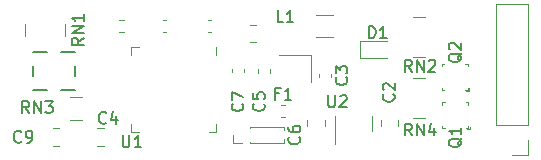
<source format=gbr>
%TF.GenerationSoftware,KiCad,Pcbnew,7.0.8*%
%TF.CreationDate,2024-02-27T09:09:56-06:00*%
%TF.ProjectId,CH32VClamp,43483332-5643-46c6-916d-702e6b696361,rev?*%
%TF.SameCoordinates,Original*%
%TF.FileFunction,Legend,Top*%
%TF.FilePolarity,Positive*%
%FSLAX46Y46*%
G04 Gerber Fmt 4.6, Leading zero omitted, Abs format (unit mm)*
G04 Created by KiCad (PCBNEW 7.0.8) date 2024-02-27 09:09:56*
%MOMM*%
%LPD*%
G01*
G04 APERTURE LIST*
%ADD10C,0.150000*%
%ADD11C,0.120000*%
G04 APERTURE END LIST*
D10*
X203638095Y-87854819D02*
X203638095Y-88664342D01*
X203638095Y-88664342D02*
X203685714Y-88759580D01*
X203685714Y-88759580D02*
X203733333Y-88807200D01*
X203733333Y-88807200D02*
X203828571Y-88854819D01*
X203828571Y-88854819D02*
X204019047Y-88854819D01*
X204019047Y-88854819D02*
X204114285Y-88807200D01*
X204114285Y-88807200D02*
X204161904Y-88759580D01*
X204161904Y-88759580D02*
X204209523Y-88664342D01*
X204209523Y-88664342D02*
X204209523Y-87854819D01*
X204638095Y-87950057D02*
X204685714Y-87902438D01*
X204685714Y-87902438D02*
X204780952Y-87854819D01*
X204780952Y-87854819D02*
X205019047Y-87854819D01*
X205019047Y-87854819D02*
X205114285Y-87902438D01*
X205114285Y-87902438D02*
X205161904Y-87950057D01*
X205161904Y-87950057D02*
X205209523Y-88045295D01*
X205209523Y-88045295D02*
X205209523Y-88140533D01*
X205209523Y-88140533D02*
X205161904Y-88283390D01*
X205161904Y-88283390D02*
X204590476Y-88854819D01*
X204590476Y-88854819D02*
X205209523Y-88854819D01*
X199466666Y-87701009D02*
X199133333Y-87701009D01*
X199133333Y-88224819D02*
X199133333Y-87224819D01*
X199133333Y-87224819D02*
X199609523Y-87224819D01*
X200514285Y-88224819D02*
X199942857Y-88224819D01*
X200228571Y-88224819D02*
X200228571Y-87224819D01*
X200228571Y-87224819D02*
X200133333Y-87367676D01*
X200133333Y-87367676D02*
X200038095Y-87462914D01*
X200038095Y-87462914D02*
X199942857Y-87510533D01*
X201159580Y-91366666D02*
X201207200Y-91414285D01*
X201207200Y-91414285D02*
X201254819Y-91557142D01*
X201254819Y-91557142D02*
X201254819Y-91652380D01*
X201254819Y-91652380D02*
X201207200Y-91795237D01*
X201207200Y-91795237D02*
X201111961Y-91890475D01*
X201111961Y-91890475D02*
X201016723Y-91938094D01*
X201016723Y-91938094D02*
X200826247Y-91985713D01*
X200826247Y-91985713D02*
X200683390Y-91985713D01*
X200683390Y-91985713D02*
X200492914Y-91938094D01*
X200492914Y-91938094D02*
X200397676Y-91890475D01*
X200397676Y-91890475D02*
X200302438Y-91795237D01*
X200302438Y-91795237D02*
X200254819Y-91652380D01*
X200254819Y-91652380D02*
X200254819Y-91557142D01*
X200254819Y-91557142D02*
X200302438Y-91414285D01*
X200302438Y-91414285D02*
X200350057Y-91366666D01*
X200254819Y-90509523D02*
X200254819Y-90699999D01*
X200254819Y-90699999D02*
X200302438Y-90795237D01*
X200302438Y-90795237D02*
X200350057Y-90842856D01*
X200350057Y-90842856D02*
X200492914Y-90938094D01*
X200492914Y-90938094D02*
X200683390Y-90985713D01*
X200683390Y-90985713D02*
X201064342Y-90985713D01*
X201064342Y-90985713D02*
X201159580Y-90938094D01*
X201159580Y-90938094D02*
X201207200Y-90890475D01*
X201207200Y-90890475D02*
X201254819Y-90795237D01*
X201254819Y-90795237D02*
X201254819Y-90604761D01*
X201254819Y-90604761D02*
X201207200Y-90509523D01*
X201207200Y-90509523D02*
X201159580Y-90461904D01*
X201159580Y-90461904D02*
X201064342Y-90414285D01*
X201064342Y-90414285D02*
X200826247Y-90414285D01*
X200826247Y-90414285D02*
X200731009Y-90461904D01*
X200731009Y-90461904D02*
X200683390Y-90509523D01*
X200683390Y-90509523D02*
X200635771Y-90604761D01*
X200635771Y-90604761D02*
X200635771Y-90795237D01*
X200635771Y-90795237D02*
X200683390Y-90890475D01*
X200683390Y-90890475D02*
X200731009Y-90938094D01*
X200731009Y-90938094D02*
X200826247Y-90985713D01*
X210709523Y-91254819D02*
X210376190Y-90778628D01*
X210138095Y-91254819D02*
X210138095Y-90254819D01*
X210138095Y-90254819D02*
X210519047Y-90254819D01*
X210519047Y-90254819D02*
X210614285Y-90302438D01*
X210614285Y-90302438D02*
X210661904Y-90350057D01*
X210661904Y-90350057D02*
X210709523Y-90445295D01*
X210709523Y-90445295D02*
X210709523Y-90588152D01*
X210709523Y-90588152D02*
X210661904Y-90683390D01*
X210661904Y-90683390D02*
X210614285Y-90731009D01*
X210614285Y-90731009D02*
X210519047Y-90778628D01*
X210519047Y-90778628D02*
X210138095Y-90778628D01*
X211138095Y-91254819D02*
X211138095Y-90254819D01*
X211138095Y-90254819D02*
X211709523Y-91254819D01*
X211709523Y-91254819D02*
X211709523Y-90254819D01*
X212614285Y-90588152D02*
X212614285Y-91254819D01*
X212376190Y-90207200D02*
X212138095Y-90921485D01*
X212138095Y-90921485D02*
X212757142Y-90921485D01*
X207074405Y-83024819D02*
X207074405Y-82024819D01*
X207074405Y-82024819D02*
X207312500Y-82024819D01*
X207312500Y-82024819D02*
X207455357Y-82072438D01*
X207455357Y-82072438D02*
X207550595Y-82167676D01*
X207550595Y-82167676D02*
X207598214Y-82262914D01*
X207598214Y-82262914D02*
X207645833Y-82453390D01*
X207645833Y-82453390D02*
X207645833Y-82596247D01*
X207645833Y-82596247D02*
X207598214Y-82786723D01*
X207598214Y-82786723D02*
X207550595Y-82881961D01*
X207550595Y-82881961D02*
X207455357Y-82977200D01*
X207455357Y-82977200D02*
X207312500Y-83024819D01*
X207312500Y-83024819D02*
X207074405Y-83024819D01*
X208598214Y-83024819D02*
X208026786Y-83024819D01*
X208312500Y-83024819D02*
X208312500Y-82024819D01*
X208312500Y-82024819D02*
X208217262Y-82167676D01*
X208217262Y-82167676D02*
X208122024Y-82262914D01*
X208122024Y-82262914D02*
X208026786Y-82310533D01*
X210709523Y-85854819D02*
X210376190Y-85378628D01*
X210138095Y-85854819D02*
X210138095Y-84854819D01*
X210138095Y-84854819D02*
X210519047Y-84854819D01*
X210519047Y-84854819D02*
X210614285Y-84902438D01*
X210614285Y-84902438D02*
X210661904Y-84950057D01*
X210661904Y-84950057D02*
X210709523Y-85045295D01*
X210709523Y-85045295D02*
X210709523Y-85188152D01*
X210709523Y-85188152D02*
X210661904Y-85283390D01*
X210661904Y-85283390D02*
X210614285Y-85331009D01*
X210614285Y-85331009D02*
X210519047Y-85378628D01*
X210519047Y-85378628D02*
X210138095Y-85378628D01*
X211138095Y-85854819D02*
X211138095Y-84854819D01*
X211138095Y-84854819D02*
X211709523Y-85854819D01*
X211709523Y-85854819D02*
X211709523Y-84854819D01*
X212138095Y-84950057D02*
X212185714Y-84902438D01*
X212185714Y-84902438D02*
X212280952Y-84854819D01*
X212280952Y-84854819D02*
X212519047Y-84854819D01*
X212519047Y-84854819D02*
X212614285Y-84902438D01*
X212614285Y-84902438D02*
X212661904Y-84950057D01*
X212661904Y-84950057D02*
X212709523Y-85045295D01*
X212709523Y-85045295D02*
X212709523Y-85140533D01*
X212709523Y-85140533D02*
X212661904Y-85283390D01*
X212661904Y-85283390D02*
X212090476Y-85854819D01*
X212090476Y-85854819D02*
X212709523Y-85854819D01*
X214950057Y-84295238D02*
X214902438Y-84390476D01*
X214902438Y-84390476D02*
X214807200Y-84485714D01*
X214807200Y-84485714D02*
X214664342Y-84628571D01*
X214664342Y-84628571D02*
X214616723Y-84723809D01*
X214616723Y-84723809D02*
X214616723Y-84819047D01*
X214854819Y-84771428D02*
X214807200Y-84866666D01*
X214807200Y-84866666D02*
X214711961Y-84961904D01*
X214711961Y-84961904D02*
X214521485Y-85009523D01*
X214521485Y-85009523D02*
X214188152Y-85009523D01*
X214188152Y-85009523D02*
X213997676Y-84961904D01*
X213997676Y-84961904D02*
X213902438Y-84866666D01*
X213902438Y-84866666D02*
X213854819Y-84771428D01*
X213854819Y-84771428D02*
X213854819Y-84580952D01*
X213854819Y-84580952D02*
X213902438Y-84485714D01*
X213902438Y-84485714D02*
X213997676Y-84390476D01*
X213997676Y-84390476D02*
X214188152Y-84342857D01*
X214188152Y-84342857D02*
X214521485Y-84342857D01*
X214521485Y-84342857D02*
X214711961Y-84390476D01*
X214711961Y-84390476D02*
X214807200Y-84485714D01*
X214807200Y-84485714D02*
X214854819Y-84580952D01*
X214854819Y-84580952D02*
X214854819Y-84771428D01*
X213950057Y-83961904D02*
X213902438Y-83914285D01*
X213902438Y-83914285D02*
X213854819Y-83819047D01*
X213854819Y-83819047D02*
X213854819Y-83580952D01*
X213854819Y-83580952D02*
X213902438Y-83485714D01*
X213902438Y-83485714D02*
X213950057Y-83438095D01*
X213950057Y-83438095D02*
X214045295Y-83390476D01*
X214045295Y-83390476D02*
X214140533Y-83390476D01*
X214140533Y-83390476D02*
X214283390Y-83438095D01*
X214283390Y-83438095D02*
X214854819Y-84009523D01*
X214854819Y-84009523D02*
X214854819Y-83390476D01*
X186238095Y-91254819D02*
X186238095Y-92064342D01*
X186238095Y-92064342D02*
X186285714Y-92159580D01*
X186285714Y-92159580D02*
X186333333Y-92207200D01*
X186333333Y-92207200D02*
X186428571Y-92254819D01*
X186428571Y-92254819D02*
X186619047Y-92254819D01*
X186619047Y-92254819D02*
X186714285Y-92207200D01*
X186714285Y-92207200D02*
X186761904Y-92159580D01*
X186761904Y-92159580D02*
X186809523Y-92064342D01*
X186809523Y-92064342D02*
X186809523Y-91254819D01*
X187809523Y-92254819D02*
X187238095Y-92254819D01*
X187523809Y-92254819D02*
X187523809Y-91254819D01*
X187523809Y-91254819D02*
X187428571Y-91397676D01*
X187428571Y-91397676D02*
X187333333Y-91492914D01*
X187333333Y-91492914D02*
X187238095Y-91540533D01*
X178309523Y-89354819D02*
X177976190Y-88878628D01*
X177738095Y-89354819D02*
X177738095Y-88354819D01*
X177738095Y-88354819D02*
X178119047Y-88354819D01*
X178119047Y-88354819D02*
X178214285Y-88402438D01*
X178214285Y-88402438D02*
X178261904Y-88450057D01*
X178261904Y-88450057D02*
X178309523Y-88545295D01*
X178309523Y-88545295D02*
X178309523Y-88688152D01*
X178309523Y-88688152D02*
X178261904Y-88783390D01*
X178261904Y-88783390D02*
X178214285Y-88831009D01*
X178214285Y-88831009D02*
X178119047Y-88878628D01*
X178119047Y-88878628D02*
X177738095Y-88878628D01*
X178738095Y-89354819D02*
X178738095Y-88354819D01*
X178738095Y-88354819D02*
X179309523Y-89354819D01*
X179309523Y-89354819D02*
X179309523Y-88354819D01*
X179690476Y-88354819D02*
X180309523Y-88354819D01*
X180309523Y-88354819D02*
X179976190Y-88735771D01*
X179976190Y-88735771D02*
X180119047Y-88735771D01*
X180119047Y-88735771D02*
X180214285Y-88783390D01*
X180214285Y-88783390D02*
X180261904Y-88831009D01*
X180261904Y-88831009D02*
X180309523Y-88926247D01*
X180309523Y-88926247D02*
X180309523Y-89164342D01*
X180309523Y-89164342D02*
X180261904Y-89259580D01*
X180261904Y-89259580D02*
X180214285Y-89307200D01*
X180214285Y-89307200D02*
X180119047Y-89354819D01*
X180119047Y-89354819D02*
X179833333Y-89354819D01*
X179833333Y-89354819D02*
X179738095Y-89307200D01*
X179738095Y-89307200D02*
X179690476Y-89259580D01*
X205159580Y-86341666D02*
X205207200Y-86389285D01*
X205207200Y-86389285D02*
X205254819Y-86532142D01*
X205254819Y-86532142D02*
X205254819Y-86627380D01*
X205254819Y-86627380D02*
X205207200Y-86770237D01*
X205207200Y-86770237D02*
X205111961Y-86865475D01*
X205111961Y-86865475D02*
X205016723Y-86913094D01*
X205016723Y-86913094D02*
X204826247Y-86960713D01*
X204826247Y-86960713D02*
X204683390Y-86960713D01*
X204683390Y-86960713D02*
X204492914Y-86913094D01*
X204492914Y-86913094D02*
X204397676Y-86865475D01*
X204397676Y-86865475D02*
X204302438Y-86770237D01*
X204302438Y-86770237D02*
X204254819Y-86627380D01*
X204254819Y-86627380D02*
X204254819Y-86532142D01*
X204254819Y-86532142D02*
X204302438Y-86389285D01*
X204302438Y-86389285D02*
X204350057Y-86341666D01*
X204254819Y-86008332D02*
X204254819Y-85389285D01*
X204254819Y-85389285D02*
X204635771Y-85722618D01*
X204635771Y-85722618D02*
X204635771Y-85579761D01*
X204635771Y-85579761D02*
X204683390Y-85484523D01*
X204683390Y-85484523D02*
X204731009Y-85436904D01*
X204731009Y-85436904D02*
X204826247Y-85389285D01*
X204826247Y-85389285D02*
X205064342Y-85389285D01*
X205064342Y-85389285D02*
X205159580Y-85436904D01*
X205159580Y-85436904D02*
X205207200Y-85484523D01*
X205207200Y-85484523D02*
X205254819Y-85579761D01*
X205254819Y-85579761D02*
X205254819Y-85865475D01*
X205254819Y-85865475D02*
X205207200Y-85960713D01*
X205207200Y-85960713D02*
X205159580Y-86008332D01*
X182924819Y-82990476D02*
X182448628Y-83323809D01*
X182924819Y-83561904D02*
X181924819Y-83561904D01*
X181924819Y-83561904D02*
X181924819Y-83180952D01*
X181924819Y-83180952D02*
X181972438Y-83085714D01*
X181972438Y-83085714D02*
X182020057Y-83038095D01*
X182020057Y-83038095D02*
X182115295Y-82990476D01*
X182115295Y-82990476D02*
X182258152Y-82990476D01*
X182258152Y-82990476D02*
X182353390Y-83038095D01*
X182353390Y-83038095D02*
X182401009Y-83085714D01*
X182401009Y-83085714D02*
X182448628Y-83180952D01*
X182448628Y-83180952D02*
X182448628Y-83561904D01*
X182924819Y-82561904D02*
X181924819Y-82561904D01*
X181924819Y-82561904D02*
X182924819Y-81990476D01*
X182924819Y-81990476D02*
X181924819Y-81990476D01*
X182924819Y-80990476D02*
X182924819Y-81561904D01*
X182924819Y-81276190D02*
X181924819Y-81276190D01*
X181924819Y-81276190D02*
X182067676Y-81371428D01*
X182067676Y-81371428D02*
X182162914Y-81466666D01*
X182162914Y-81466666D02*
X182210533Y-81561904D01*
X196359580Y-88566666D02*
X196407200Y-88614285D01*
X196407200Y-88614285D02*
X196454819Y-88757142D01*
X196454819Y-88757142D02*
X196454819Y-88852380D01*
X196454819Y-88852380D02*
X196407200Y-88995237D01*
X196407200Y-88995237D02*
X196311961Y-89090475D01*
X196311961Y-89090475D02*
X196216723Y-89138094D01*
X196216723Y-89138094D02*
X196026247Y-89185713D01*
X196026247Y-89185713D02*
X195883390Y-89185713D01*
X195883390Y-89185713D02*
X195692914Y-89138094D01*
X195692914Y-89138094D02*
X195597676Y-89090475D01*
X195597676Y-89090475D02*
X195502438Y-88995237D01*
X195502438Y-88995237D02*
X195454819Y-88852380D01*
X195454819Y-88852380D02*
X195454819Y-88757142D01*
X195454819Y-88757142D02*
X195502438Y-88614285D01*
X195502438Y-88614285D02*
X195550057Y-88566666D01*
X195454819Y-88233332D02*
X195454819Y-87566666D01*
X195454819Y-87566666D02*
X196454819Y-87995237D01*
X199833333Y-81654819D02*
X199357143Y-81654819D01*
X199357143Y-81654819D02*
X199357143Y-80654819D01*
X200690476Y-81654819D02*
X200119048Y-81654819D01*
X200404762Y-81654819D02*
X200404762Y-80654819D01*
X200404762Y-80654819D02*
X200309524Y-80797676D01*
X200309524Y-80797676D02*
X200214286Y-80892914D01*
X200214286Y-80892914D02*
X200119048Y-80940533D01*
X214950057Y-91495238D02*
X214902438Y-91590476D01*
X214902438Y-91590476D02*
X214807200Y-91685714D01*
X214807200Y-91685714D02*
X214664342Y-91828571D01*
X214664342Y-91828571D02*
X214616723Y-91923809D01*
X214616723Y-91923809D02*
X214616723Y-92019047D01*
X214854819Y-91971428D02*
X214807200Y-92066666D01*
X214807200Y-92066666D02*
X214711961Y-92161904D01*
X214711961Y-92161904D02*
X214521485Y-92209523D01*
X214521485Y-92209523D02*
X214188152Y-92209523D01*
X214188152Y-92209523D02*
X213997676Y-92161904D01*
X213997676Y-92161904D02*
X213902438Y-92066666D01*
X213902438Y-92066666D02*
X213854819Y-91971428D01*
X213854819Y-91971428D02*
X213854819Y-91780952D01*
X213854819Y-91780952D02*
X213902438Y-91685714D01*
X213902438Y-91685714D02*
X213997676Y-91590476D01*
X213997676Y-91590476D02*
X214188152Y-91542857D01*
X214188152Y-91542857D02*
X214521485Y-91542857D01*
X214521485Y-91542857D02*
X214711961Y-91590476D01*
X214711961Y-91590476D02*
X214807200Y-91685714D01*
X214807200Y-91685714D02*
X214854819Y-91780952D01*
X214854819Y-91780952D02*
X214854819Y-91971428D01*
X214854819Y-90590476D02*
X214854819Y-91161904D01*
X214854819Y-90876190D02*
X213854819Y-90876190D01*
X213854819Y-90876190D02*
X213997676Y-90971428D01*
X213997676Y-90971428D02*
X214092914Y-91066666D01*
X214092914Y-91066666D02*
X214140533Y-91161904D01*
X209159580Y-87766666D02*
X209207200Y-87814285D01*
X209207200Y-87814285D02*
X209254819Y-87957142D01*
X209254819Y-87957142D02*
X209254819Y-88052380D01*
X209254819Y-88052380D02*
X209207200Y-88195237D01*
X209207200Y-88195237D02*
X209111961Y-88290475D01*
X209111961Y-88290475D02*
X209016723Y-88338094D01*
X209016723Y-88338094D02*
X208826247Y-88385713D01*
X208826247Y-88385713D02*
X208683390Y-88385713D01*
X208683390Y-88385713D02*
X208492914Y-88338094D01*
X208492914Y-88338094D02*
X208397676Y-88290475D01*
X208397676Y-88290475D02*
X208302438Y-88195237D01*
X208302438Y-88195237D02*
X208254819Y-88052380D01*
X208254819Y-88052380D02*
X208254819Y-87957142D01*
X208254819Y-87957142D02*
X208302438Y-87814285D01*
X208302438Y-87814285D02*
X208350057Y-87766666D01*
X208350057Y-87385713D02*
X208302438Y-87338094D01*
X208302438Y-87338094D02*
X208254819Y-87242856D01*
X208254819Y-87242856D02*
X208254819Y-87004761D01*
X208254819Y-87004761D02*
X208302438Y-86909523D01*
X208302438Y-86909523D02*
X208350057Y-86861904D01*
X208350057Y-86861904D02*
X208445295Y-86814285D01*
X208445295Y-86814285D02*
X208540533Y-86814285D01*
X208540533Y-86814285D02*
X208683390Y-86861904D01*
X208683390Y-86861904D02*
X209254819Y-87433332D01*
X209254819Y-87433332D02*
X209254819Y-86814285D01*
X198159580Y-88566666D02*
X198207200Y-88614285D01*
X198207200Y-88614285D02*
X198254819Y-88757142D01*
X198254819Y-88757142D02*
X198254819Y-88852380D01*
X198254819Y-88852380D02*
X198207200Y-88995237D01*
X198207200Y-88995237D02*
X198111961Y-89090475D01*
X198111961Y-89090475D02*
X198016723Y-89138094D01*
X198016723Y-89138094D02*
X197826247Y-89185713D01*
X197826247Y-89185713D02*
X197683390Y-89185713D01*
X197683390Y-89185713D02*
X197492914Y-89138094D01*
X197492914Y-89138094D02*
X197397676Y-89090475D01*
X197397676Y-89090475D02*
X197302438Y-88995237D01*
X197302438Y-88995237D02*
X197254819Y-88852380D01*
X197254819Y-88852380D02*
X197254819Y-88757142D01*
X197254819Y-88757142D02*
X197302438Y-88614285D01*
X197302438Y-88614285D02*
X197350057Y-88566666D01*
X197254819Y-87661904D02*
X197254819Y-88138094D01*
X197254819Y-88138094D02*
X197731009Y-88185713D01*
X197731009Y-88185713D02*
X197683390Y-88138094D01*
X197683390Y-88138094D02*
X197635771Y-88042856D01*
X197635771Y-88042856D02*
X197635771Y-87804761D01*
X197635771Y-87804761D02*
X197683390Y-87709523D01*
X197683390Y-87709523D02*
X197731009Y-87661904D01*
X197731009Y-87661904D02*
X197826247Y-87614285D01*
X197826247Y-87614285D02*
X198064342Y-87614285D01*
X198064342Y-87614285D02*
X198159580Y-87661904D01*
X198159580Y-87661904D02*
X198207200Y-87709523D01*
X198207200Y-87709523D02*
X198254819Y-87804761D01*
X198254819Y-87804761D02*
X198254819Y-88042856D01*
X198254819Y-88042856D02*
X198207200Y-88138094D01*
X198207200Y-88138094D02*
X198159580Y-88185713D01*
X184833333Y-90159580D02*
X184785714Y-90207200D01*
X184785714Y-90207200D02*
X184642857Y-90254819D01*
X184642857Y-90254819D02*
X184547619Y-90254819D01*
X184547619Y-90254819D02*
X184404762Y-90207200D01*
X184404762Y-90207200D02*
X184309524Y-90111961D01*
X184309524Y-90111961D02*
X184261905Y-90016723D01*
X184261905Y-90016723D02*
X184214286Y-89826247D01*
X184214286Y-89826247D02*
X184214286Y-89683390D01*
X184214286Y-89683390D02*
X184261905Y-89492914D01*
X184261905Y-89492914D02*
X184309524Y-89397676D01*
X184309524Y-89397676D02*
X184404762Y-89302438D01*
X184404762Y-89302438D02*
X184547619Y-89254819D01*
X184547619Y-89254819D02*
X184642857Y-89254819D01*
X184642857Y-89254819D02*
X184785714Y-89302438D01*
X184785714Y-89302438D02*
X184833333Y-89350057D01*
X185690476Y-89588152D02*
X185690476Y-90254819D01*
X185452381Y-89207200D02*
X185214286Y-89921485D01*
X185214286Y-89921485D02*
X185833333Y-89921485D01*
X177633333Y-91759580D02*
X177585714Y-91807200D01*
X177585714Y-91807200D02*
X177442857Y-91854819D01*
X177442857Y-91854819D02*
X177347619Y-91854819D01*
X177347619Y-91854819D02*
X177204762Y-91807200D01*
X177204762Y-91807200D02*
X177109524Y-91711961D01*
X177109524Y-91711961D02*
X177061905Y-91616723D01*
X177061905Y-91616723D02*
X177014286Y-91426247D01*
X177014286Y-91426247D02*
X177014286Y-91283390D01*
X177014286Y-91283390D02*
X177061905Y-91092914D01*
X177061905Y-91092914D02*
X177109524Y-90997676D01*
X177109524Y-90997676D02*
X177204762Y-90902438D01*
X177204762Y-90902438D02*
X177347619Y-90854819D01*
X177347619Y-90854819D02*
X177442857Y-90854819D01*
X177442857Y-90854819D02*
X177585714Y-90902438D01*
X177585714Y-90902438D02*
X177633333Y-90950057D01*
X178109524Y-91854819D02*
X178300000Y-91854819D01*
X178300000Y-91854819D02*
X178395238Y-91807200D01*
X178395238Y-91807200D02*
X178442857Y-91759580D01*
X178442857Y-91759580D02*
X178538095Y-91616723D01*
X178538095Y-91616723D02*
X178585714Y-91426247D01*
X178585714Y-91426247D02*
X178585714Y-91045295D01*
X178585714Y-91045295D02*
X178538095Y-90950057D01*
X178538095Y-90950057D02*
X178490476Y-90902438D01*
X178490476Y-90902438D02*
X178395238Y-90854819D01*
X178395238Y-90854819D02*
X178204762Y-90854819D01*
X178204762Y-90854819D02*
X178109524Y-90902438D01*
X178109524Y-90902438D02*
X178061905Y-90950057D01*
X178061905Y-90950057D02*
X178014286Y-91045295D01*
X178014286Y-91045295D02*
X178014286Y-91283390D01*
X178014286Y-91283390D02*
X178061905Y-91378628D01*
X178061905Y-91378628D02*
X178109524Y-91426247D01*
X178109524Y-91426247D02*
X178204762Y-91473866D01*
X178204762Y-91473866D02*
X178395238Y-91473866D01*
X178395238Y-91473866D02*
X178490476Y-91426247D01*
X178490476Y-91426247D02*
X178538095Y-91378628D01*
X178538095Y-91378628D02*
X178585714Y-91283390D01*
D11*
%TO.C,C8*%
X193703080Y-82510000D02*
X193421920Y-82510000D01*
X193703080Y-81490000D02*
X193421920Y-81490000D01*
%TO.C,U2*%
X204240000Y-90262500D02*
X204240000Y-91937500D01*
X204240000Y-90262500D02*
X204240000Y-89612500D01*
X207360000Y-90262500D02*
X207360000Y-90912500D01*
X207360000Y-90262500D02*
X207360000Y-89612500D01*
%TO.C,F1*%
X199637221Y-88690000D02*
X199962779Y-88690000D01*
X199637221Y-89710000D02*
X199962779Y-89710000D01*
%TO.C,J4*%
X220530000Y-92950000D02*
X219200000Y-92950000D01*
X220530000Y-91620000D02*
X220530000Y-92950000D01*
X220530000Y-90350000D02*
X220530000Y-80130000D01*
X220530000Y-90350000D02*
X217870000Y-90350000D01*
X220530000Y-80130000D02*
X217870000Y-80130000D01*
X217870000Y-90350000D02*
X217870000Y-80130000D01*
%TO.C,C1*%
X197498752Y-83335000D02*
X196976248Y-83335000D01*
X197498752Y-81865000D02*
X196976248Y-81865000D01*
%TO.C,J2*%
X195615000Y-91895000D02*
X195615000Y-91200000D01*
X196300000Y-91895000D02*
X195615000Y-91895000D01*
X196985000Y-91895000D02*
X199860000Y-91895000D01*
X196985000Y-91895000D02*
X196985000Y-91808276D01*
X199860000Y-91895000D02*
X199860000Y-91594493D01*
X199860000Y-90805507D02*
X199860000Y-90505000D01*
X196985000Y-90591724D02*
X196985000Y-90505000D01*
X196985000Y-90505000D02*
X199860000Y-90505000D01*
%TO.C,C10*%
X189903080Y-82510000D02*
X189621920Y-82510000D01*
X189903080Y-81490000D02*
X189621920Y-81490000D01*
%TO.C,C6*%
X203335000Y-89938748D02*
X203335000Y-90461252D01*
X201865000Y-89938748D02*
X201865000Y-90461252D01*
%TO.C,RN4*%
X211850000Y-86390000D02*
X210850000Y-86390000D01*
X211850000Y-89750000D02*
X210850000Y-89750000D01*
%TO.C,D1*%
X206327500Y-83265000D02*
X206327500Y-84735000D01*
X206327500Y-84735000D02*
X208612500Y-84735000D01*
X208612500Y-83265000D02*
X206327500Y-83265000D01*
%TO.C,RN2*%
X211850000Y-81250000D02*
X210850000Y-81250000D01*
X211850000Y-84610000D02*
X210850000Y-84610000D01*
D10*
%TO.C,SW2*%
X182200000Y-87400000D02*
X181000000Y-87400000D01*
X182200000Y-85400000D02*
X182200000Y-86200000D01*
X181000000Y-84200000D02*
X182200000Y-84200000D01*
X179800000Y-87400000D02*
X178600000Y-87400000D01*
X178600000Y-86200000D02*
X178600000Y-85400000D01*
X178600000Y-84200000D02*
X179800000Y-84200000D01*
D11*
%TO.C,A1*%
X202572936Y-81090000D02*
X204027064Y-81090000D01*
X202572936Y-82910000D02*
X204027064Y-82910000D01*
%TO.C,Q2*%
X215300000Y-87500000D02*
X215550000Y-87500000D01*
X215550000Y-87500000D02*
X215550000Y-87250000D01*
X213250000Y-87400000D02*
X213450000Y-87400000D01*
X213250000Y-87400000D02*
X213250000Y-87200000D01*
X215450000Y-87400000D02*
X215250000Y-87400000D01*
X215450000Y-87400000D02*
X215450000Y-87200000D01*
X213250000Y-85200000D02*
X213250000Y-85400000D01*
X213250000Y-85200000D02*
X213450000Y-85200000D01*
X215450000Y-85200000D02*
X215450000Y-85400000D01*
X215450000Y-85200000D02*
X215250000Y-85200000D01*
%TO.C,U1*%
X186952500Y-83752500D02*
X187602500Y-83752500D01*
X194172500Y-84402500D02*
X194172500Y-83752500D01*
X186952500Y-84402500D02*
X186952500Y-83752500D01*
X194172500Y-90322500D02*
X194172500Y-90972500D01*
X186952500Y-90322500D02*
X186952500Y-90972500D01*
X194172500Y-90972500D02*
X193522500Y-90972500D01*
X186952500Y-90972500D02*
X187602500Y-90972500D01*
%TO.C,RN3*%
X182800000Y-88030000D02*
X181800000Y-88030000D01*
X182800000Y-89970000D02*
X181800000Y-89970000D01*
%TO.C,C3*%
X202852500Y-86315580D02*
X202852500Y-86034420D01*
X203872500Y-86315580D02*
X203872500Y-86034420D01*
%TO.C,RN1*%
X181350000Y-82800000D02*
X181350000Y-81800000D01*
X177990000Y-82800000D02*
X177990000Y-81800000D01*
%TO.C,C7*%
X196472500Y-85634420D02*
X196472500Y-85915580D01*
X195452500Y-85634420D02*
X195452500Y-85915580D01*
%TO.C,Y1*%
X202150000Y-86750000D02*
X202150000Y-84450000D01*
X202150000Y-84450000D02*
X199450000Y-84450000D01*
%TO.C,Q1*%
X215350000Y-90750000D02*
X215600000Y-90750000D01*
X215600000Y-90750000D02*
X215600000Y-90500000D01*
X213300000Y-90650000D02*
X213500000Y-90650000D01*
X213300000Y-90650000D02*
X213300000Y-90450000D01*
X215500000Y-90650000D02*
X215300000Y-90650000D01*
X215500000Y-90650000D02*
X215500000Y-90450000D01*
X213300000Y-88450000D02*
X213300000Y-88650000D01*
X213300000Y-88450000D02*
X213500000Y-88450000D01*
X215500000Y-88450000D02*
X215500000Y-88650000D01*
X215500000Y-88450000D02*
X215300000Y-88450000D01*
%TO.C,C2*%
X208065000Y-90461252D02*
X208065000Y-89938748D01*
X209535000Y-90461252D02*
X209535000Y-89938748D01*
%TO.C,C5*%
X198672500Y-85659420D02*
X198672500Y-85940580D01*
X197652500Y-85659420D02*
X197652500Y-85940580D01*
%TO.C,C4*%
X184611252Y-92135000D02*
X184088748Y-92135000D01*
X184611252Y-90665000D02*
X184088748Y-90665000D01*
%TO.C,R5*%
X185900242Y-81477500D02*
X186374758Y-81477500D01*
X185900242Y-82522500D02*
X186374758Y-82522500D01*
%TO.C,C9*%
X180861252Y-92135000D02*
X180338748Y-92135000D01*
X180861252Y-90665000D02*
X180338748Y-90665000D01*
%TD*%
M02*

</source>
